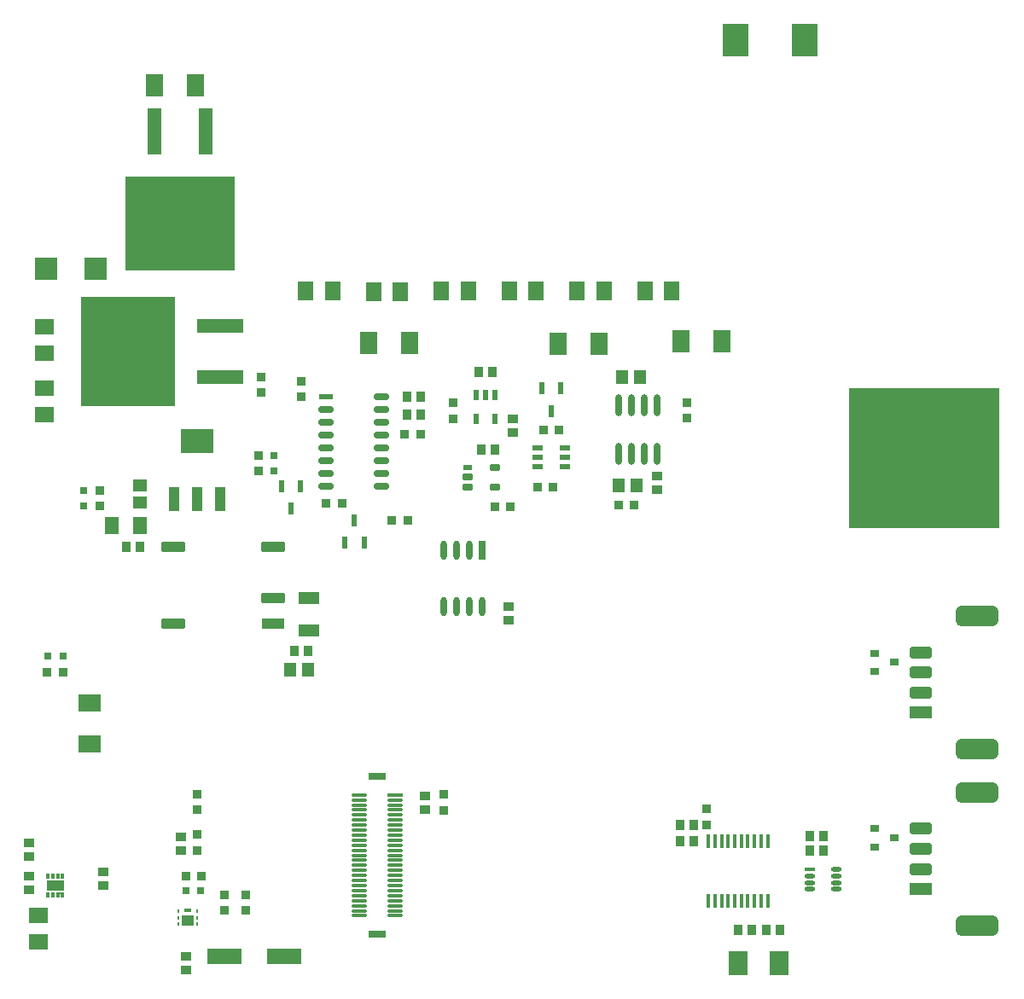
<source format=gtp>
G04*
G04 #@! TF.GenerationSoftware,Altium Limited,Altium Designer,18.1.9 (240)*
G04*
G04 Layer_Color=8421504*
%FSLAX25Y25*%
%MOIN*%
G70*
G01*
G75*
%ADD16R,0.03347X0.03347*%
%ADD17R,0.05315X0.18110*%
%ADD18R,0.42520X0.37008*%
%ADD19R,0.08504X0.08898*%
%ADD20R,0.09843X0.12992*%
%ADD21R,0.07874X0.04724*%
%ADD22R,0.03937X0.03543*%
%ADD23O,0.02520X0.07480*%
%ADD24R,0.02520X0.07480*%
%ADD25R,0.02362X0.04528*%
%ADD26R,0.03937X0.02362*%
G04:AMPARAMS|DCode=27|XSize=47.24mil|YSize=86.61mil|CornerRadius=11.81mil|HoleSize=0mil|Usage=FLASHONLY|Rotation=90.000|XOffset=0mil|YOffset=0mil|HoleType=Round|Shape=RoundedRectangle|*
%AMROUNDEDRECTD27*
21,1,0.04724,0.06299,0,0,90.0*
21,1,0.02362,0.08661,0,0,90.0*
1,1,0.02362,0.03150,0.01181*
1,1,0.02362,0.03150,-0.01181*
1,1,0.02362,-0.03150,-0.01181*
1,1,0.02362,-0.03150,0.01181*
%
%ADD27ROUNDEDRECTD27*%
%ADD28R,0.08661X0.04724*%
G04:AMPARAMS|DCode=29|XSize=78.74mil|YSize=165.35mil|CornerRadius=19.68mil|HoleSize=0mil|Usage=FLASHONLY|Rotation=90.000|XOffset=0mil|YOffset=0mil|HoleType=Round|Shape=RoundedRectangle|*
%AMROUNDEDRECTD29*
21,1,0.07874,0.12598,0,0,90.0*
21,1,0.03937,0.16535,0,0,90.0*
1,1,0.03937,0.06299,0.01968*
1,1,0.03937,0.06299,-0.01968*
1,1,0.03937,-0.06299,-0.01968*
1,1,0.03937,-0.06299,0.01968*
%
%ADD29ROUNDEDRECTD29*%
%ADD30R,0.03543X0.03150*%
%ADD31R,0.03347X0.03347*%
%ADD32R,0.03543X0.03937*%
%ADD33R,0.01772X0.05709*%
%ADD34O,0.04331X0.01772*%
%ADD35R,0.04331X0.01772*%
%ADD36R,0.07480X0.09449*%
%ADD37R,0.13583X0.06102*%
%ADD38R,0.03150X0.03150*%
%ADD39R,0.08500X0.07000*%
%ADD40R,0.07284X0.05906*%
%ADD41R,0.37008X0.42520*%
%ADD42R,0.18110X0.05315*%
%ADD43R,0.07000X0.08500*%
%ADD44R,0.05906X0.07284*%
%ADD45R,0.59055X0.55118*%
%ADD46R,0.04528X0.05512*%
%ADD47O,0.02362X0.08661*%
%ADD48R,0.03740X0.02362*%
G04:AMPARAMS|DCode=49|XSize=23.62mil|YSize=37.4mil|CornerRadius=2.95mil|HoleSize=0mil|Usage=FLASHONLY|Rotation=90.000|XOffset=0mil|YOffset=0mil|HoleType=Round|Shape=RoundedRectangle|*
%AMROUNDEDRECTD49*
21,1,0.02362,0.03150,0,0,90.0*
21,1,0.01772,0.03740,0,0,90.0*
1,1,0.00591,0.01575,0.00886*
1,1,0.00591,0.01575,-0.00886*
1,1,0.00591,-0.01575,-0.00886*
1,1,0.00591,-0.01575,0.00886*
%
%ADD49ROUNDEDRECTD49*%
%ADD50R,0.05709X0.02362*%
G04:AMPARAMS|DCode=51|XSize=23.62mil|YSize=57.09mil|CornerRadius=5.91mil|HoleSize=0mil|Usage=FLASHONLY|Rotation=90.000|XOffset=0mil|YOffset=0mil|HoleType=Round|Shape=RoundedRectangle|*
%AMROUNDEDRECTD51*
21,1,0.02362,0.04528,0,0,90.0*
21,1,0.01181,0.05709,0,0,90.0*
1,1,0.01181,0.02264,0.00591*
1,1,0.01181,0.02264,-0.00591*
1,1,0.01181,-0.02264,-0.00591*
1,1,0.01181,-0.02264,0.00591*
%
%ADD51ROUNDEDRECTD51*%
%ADD52R,0.03150X0.03150*%
%ADD53R,0.12992X0.09449*%
%ADD54R,0.03937X0.09449*%
%ADD55R,0.05512X0.04528*%
G04:AMPARAMS|DCode=56|XSize=39.37mil|YSize=90.16mil|CornerRadius=3.94mil|HoleSize=0mil|Usage=FLASHONLY|Rotation=90.000|XOffset=0mil|YOffset=0mil|HoleType=Round|Shape=RoundedRectangle|*
%AMROUNDEDRECTD56*
21,1,0.03937,0.08228,0,0,90.0*
21,1,0.03150,0.09016,0,0,90.0*
1,1,0.00787,0.04114,0.01575*
1,1,0.00787,0.04114,-0.01575*
1,1,0.00787,-0.04114,-0.01575*
1,1,0.00787,-0.04114,0.01575*
%
%ADD56ROUNDEDRECTD56*%
%ADD57R,0.09016X0.03937*%
%ADD58R,0.05512X0.07087*%
%ADD59R,0.03150X0.00787*%
%ADD60R,0.01181X0.01968*%
%ADD61R,0.06693X0.03937*%
%ADD62R,0.02362X0.04134*%
%ADD63R,0.03110X0.01181*%
%ADD64R,0.00984X0.01575*%
%ADD65R,0.04724X0.03937*%
%ADD66R,0.07087X0.03150*%
%ADD67R,0.06299X0.01181*%
%ADD68O,0.06299X0.01181*%
D16*
X208543Y202756D02*
D03*
X202441D02*
D03*
X185827Y195177D02*
D03*
X191929D02*
D03*
X210866Y225394D02*
D03*
X204764D02*
D03*
X10912Y130512D02*
D03*
X17014D02*
D03*
X240158Y195866D02*
D03*
X234055D02*
D03*
X119861Y196667D02*
D03*
X125963D02*
D03*
X151673Y189961D02*
D03*
X145571D02*
D03*
X150509Y223583D02*
D03*
X156611D02*
D03*
X71063Y50806D02*
D03*
X64961D02*
D03*
D17*
X72636Y341929D02*
D03*
X52636D02*
D03*
D18*
X62636Y305906D02*
D03*
D19*
X29726Y288189D02*
D03*
X10431D02*
D03*
D20*
X306641Y377559D02*
D03*
X279869D02*
D03*
D21*
X113189Y159606D02*
D03*
Y147008D02*
D03*
D22*
X190945Y156319D02*
D03*
Y151004D02*
D03*
X158465Y76772D02*
D03*
Y82087D02*
D03*
X64961Y19685D02*
D03*
Y14370D02*
D03*
X62992Y61024D02*
D03*
Y66338D02*
D03*
X32809Y47244D02*
D03*
Y52559D02*
D03*
X249016Y201870D02*
D03*
Y207185D02*
D03*
X3937Y45571D02*
D03*
Y50886D02*
D03*
Y63879D02*
D03*
Y58564D02*
D03*
X192669Y229626D02*
D03*
Y224311D02*
D03*
D23*
X165861Y156319D02*
D03*
X170861D02*
D03*
X175861D02*
D03*
X180861D02*
D03*
X165861Y178327D02*
D03*
X170861D02*
D03*
X175861D02*
D03*
D24*
X180861D02*
D03*
D25*
X211555Y241516D02*
D03*
X204075D02*
D03*
X207815Y232658D02*
D03*
X109941Y203287D02*
D03*
X102461D02*
D03*
X106201Y194429D02*
D03*
X127165Y181102D02*
D03*
X134646D02*
D03*
X130905Y189961D02*
D03*
D26*
X202441Y210827D02*
D03*
Y214567D02*
D03*
Y218307D02*
D03*
X213189D02*
D03*
Y214567D02*
D03*
Y210827D02*
D03*
D27*
X352047Y122638D02*
D03*
Y130512D02*
D03*
Y138386D02*
D03*
Y53740D02*
D03*
Y61614D02*
D03*
Y69488D02*
D03*
D28*
Y114764D02*
D03*
Y45866D02*
D03*
D29*
X374016Y100591D02*
D03*
Y152559D02*
D03*
Y31693D02*
D03*
Y83661D02*
D03*
D30*
X341929Y134449D02*
D03*
X334055Y137992D02*
D03*
Y130905D02*
D03*
X334055Y69488D02*
D03*
Y62402D02*
D03*
X341929Y65945D02*
D03*
D31*
X268457Y77129D02*
D03*
Y71027D02*
D03*
X165748Y82780D02*
D03*
Y76677D02*
D03*
X80254Y43661D02*
D03*
Y37559D02*
D03*
X69510Y82874D02*
D03*
Y76772D02*
D03*
Y67126D02*
D03*
Y61024D02*
D03*
X260827Y236024D02*
D03*
Y229921D02*
D03*
X110236Y238287D02*
D03*
Y244390D02*
D03*
X93504Y215300D02*
D03*
Y209198D02*
D03*
X31496Y201614D02*
D03*
Y195512D02*
D03*
X169291Y235827D02*
D03*
Y229724D02*
D03*
X88484Y43563D02*
D03*
Y37461D02*
D03*
X94587Y239803D02*
D03*
Y245905D02*
D03*
D32*
X263484Y70866D02*
D03*
X258169D02*
D03*
X263414Y64464D02*
D03*
X258099D02*
D03*
X308661Y66594D02*
D03*
X313976D02*
D03*
X308661Y61024D02*
D03*
X313976D02*
D03*
X291691Y29985D02*
D03*
X297006D02*
D03*
X286108D02*
D03*
X280793D02*
D03*
X180413Y217520D02*
D03*
X185728D02*
D03*
X151296Y231083D02*
D03*
X156611D02*
D03*
Y238287D02*
D03*
X151296D02*
D03*
X41929Y179606D02*
D03*
X47244D02*
D03*
X107579Y138779D02*
D03*
X112894D02*
D03*
X179429Y248031D02*
D03*
X184744D02*
D03*
D33*
X292281Y64567D02*
D03*
X289722D02*
D03*
X287163D02*
D03*
X284604D02*
D03*
X282045D02*
D03*
X279486D02*
D03*
X276927D02*
D03*
X274368D02*
D03*
X271809D02*
D03*
X269250D02*
D03*
X292281Y41339D02*
D03*
X289722D02*
D03*
X287163D02*
D03*
X284604D02*
D03*
X282045D02*
D03*
X279486D02*
D03*
X276927D02*
D03*
X274368D02*
D03*
X271809D02*
D03*
X269250D02*
D03*
D34*
X319193Y45768D02*
D03*
Y48327D02*
D03*
Y50886D02*
D03*
Y53445D02*
D03*
X308760Y45768D02*
D03*
Y48327D02*
D03*
Y50886D02*
D03*
D35*
Y53445D02*
D03*
D36*
X296935Y16938D02*
D03*
X280793D02*
D03*
D37*
X80254Y19685D02*
D03*
X103482D02*
D03*
D38*
X17014Y136850D02*
D03*
X11108D02*
D03*
X70866Y45276D02*
D03*
X64961D02*
D03*
D39*
X27559Y102563D02*
D03*
Y118563D02*
D03*
D40*
X9813Y231083D02*
D03*
Y241516D02*
D03*
Y255315D02*
D03*
Y265748D02*
D03*
X7324Y35702D02*
D03*
Y25269D02*
D03*
D41*
X42323Y255906D02*
D03*
D42*
X78347Y265905D02*
D03*
Y245905D02*
D03*
D43*
X68636Y360034D02*
D03*
X52636D02*
D03*
X210347Y258858D02*
D03*
X226347D02*
D03*
X274573Y259842D02*
D03*
X258573D02*
D03*
X152434Y259110D02*
D03*
X136434D02*
D03*
D44*
X122343Y279527D02*
D03*
X111909D02*
D03*
X148836Y279232D02*
D03*
X138403D02*
D03*
X175329Y279527D02*
D03*
X164896D02*
D03*
X191389D02*
D03*
X201822D02*
D03*
X217883D02*
D03*
X228316D02*
D03*
X244376D02*
D03*
X254809D02*
D03*
D45*
X353313Y214370D02*
D03*
D46*
X240945Y203740D02*
D03*
X234055D02*
D03*
X105807Y131421D02*
D03*
X112697D02*
D03*
X242500Y245866D02*
D03*
X235610D02*
D03*
D47*
X234055Y215866D02*
D03*
X239055D02*
D03*
X244055D02*
D03*
X249055D02*
D03*
X234055Y234764D02*
D03*
X239055D02*
D03*
X244055D02*
D03*
X249055D02*
D03*
D48*
X175000Y210551D02*
D03*
D49*
Y206811D02*
D03*
Y203071D02*
D03*
X185827Y210551D02*
D03*
Y203071D02*
D03*
D50*
X119861Y238287D02*
D03*
D51*
Y233287D02*
D03*
Y228287D02*
D03*
Y223287D02*
D03*
Y218287D02*
D03*
Y213287D02*
D03*
Y208287D02*
D03*
Y203287D02*
D03*
X141317Y238287D02*
D03*
Y233287D02*
D03*
Y228287D02*
D03*
Y223287D02*
D03*
Y218287D02*
D03*
Y213287D02*
D03*
Y208287D02*
D03*
Y203287D02*
D03*
D52*
X99410Y215300D02*
D03*
Y209395D02*
D03*
X25092Y201575D02*
D03*
Y195669D02*
D03*
D53*
X69510Y221063D02*
D03*
D54*
X78565Y198228D02*
D03*
X69510D02*
D03*
X60455D02*
D03*
D55*
X46969Y203740D02*
D03*
Y196850D02*
D03*
D56*
X99213Y179606D02*
D03*
Y159606D02*
D03*
X60197Y149606D02*
D03*
Y179606D02*
D03*
D57*
X99213Y149606D02*
D03*
D58*
X46969Y187992D02*
D03*
X36142D02*
D03*
D59*
X15945Y44291D02*
D03*
D60*
X11024Y50787D02*
D03*
X12992D02*
D03*
X14961D02*
D03*
X16929D02*
D03*
Y43701D02*
D03*
X14961D02*
D03*
X12992D02*
D03*
X11024D02*
D03*
D61*
X13976Y47244D02*
D03*
D62*
X185827Y229724D02*
D03*
X178347D02*
D03*
Y238779D02*
D03*
X182087D02*
D03*
X185827D02*
D03*
D63*
X65868Y37559D02*
D03*
D64*
X69510Y32087D02*
D03*
Y34646D02*
D03*
Y37205D02*
D03*
X62226D02*
D03*
Y34646D02*
D03*
Y32087D02*
D03*
D65*
X65868Y33465D02*
D03*
D66*
X139764Y28346D02*
D03*
Y89764D02*
D03*
D67*
X146850Y82677D02*
D03*
D68*
Y80709D02*
D03*
Y78740D02*
D03*
Y76772D02*
D03*
Y74803D02*
D03*
Y72835D02*
D03*
Y70866D02*
D03*
Y68898D02*
D03*
Y66929D02*
D03*
Y64961D02*
D03*
Y62992D02*
D03*
Y61024D02*
D03*
Y59055D02*
D03*
Y57087D02*
D03*
Y55118D02*
D03*
Y53150D02*
D03*
Y51181D02*
D03*
Y49213D02*
D03*
Y47244D02*
D03*
Y45276D02*
D03*
Y43307D02*
D03*
Y41339D02*
D03*
Y39370D02*
D03*
Y37402D02*
D03*
Y35433D02*
D03*
X132677D02*
D03*
Y37402D02*
D03*
Y39370D02*
D03*
Y41339D02*
D03*
Y43307D02*
D03*
Y45276D02*
D03*
Y47244D02*
D03*
Y49213D02*
D03*
Y51181D02*
D03*
Y53150D02*
D03*
Y55118D02*
D03*
Y57087D02*
D03*
Y59055D02*
D03*
Y61024D02*
D03*
Y62992D02*
D03*
Y64961D02*
D03*
Y66929D02*
D03*
Y68898D02*
D03*
Y70866D02*
D03*
Y72835D02*
D03*
Y74803D02*
D03*
Y76772D02*
D03*
Y78740D02*
D03*
Y80709D02*
D03*
Y82677D02*
D03*
M02*

</source>
